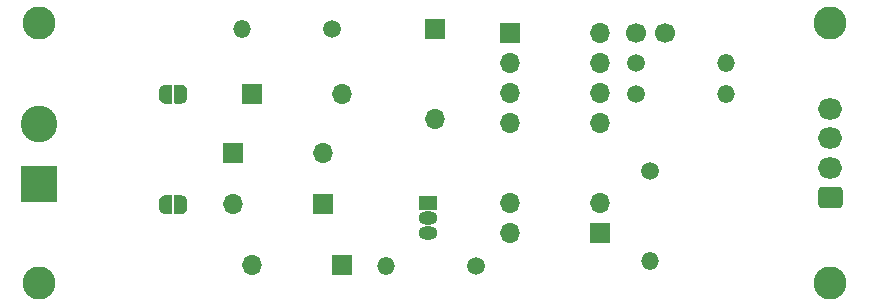
<source format=gbr>
%TF.GenerationSoftware,KiCad,Pcbnew,5.1.6-c6e7f7d~87~ubuntu20.04.1*%
%TF.CreationDate,2020-08-28T13:06:37+02:00*%
%TF.ProjectId,DCC,4443432e-6b69-4636-9164-5f7063625858,rev?*%
%TF.SameCoordinates,Original*%
%TF.FileFunction,Soldermask,Top*%
%TF.FilePolarity,Negative*%
%FSLAX46Y46*%
G04 Gerber Fmt 4.6, Leading zero omitted, Abs format (unit mm)*
G04 Created by KiCad (PCBNEW 5.1.6-c6e7f7d~87~ubuntu20.04.1) date 2020-08-28 13:06:37*
%MOMM*%
%LPD*%
G01*
G04 APERTURE LIST*
%ADD10C,2.800000*%
%ADD11O,1.700000X1.700000*%
%ADD12R,1.700000X1.700000*%
%ADD13O,1.500000X1.500000*%
%ADD14C,1.500000*%
%ADD15R,1.600000X1.150000*%
%ADD16O,1.600000X1.150000*%
%ADD17C,0.100000*%
%ADD18O,2.050000X1.800000*%
%ADD19C,3.100000*%
%ADD20R,3.100000X3.100000*%
%ADD21C,1.700000*%
G04 APERTURE END LIST*
D10*
%TO.C,H4*%
X121000000Y-96000000D03*
%TD*%
%TO.C,H3*%
X121000000Y-74000000D03*
%TD*%
%TO.C,H2*%
X54000000Y-96000000D03*
%TD*%
%TO.C,H1*%
X54000000Y-74000000D03*
%TD*%
D11*
%TO.C,U2*%
X93880000Y-91738400D03*
X101500000Y-89198400D03*
X93880000Y-89198400D03*
D12*
X101500000Y-91738400D03*
%TD*%
D11*
%TO.C,U1*%
X101480600Y-74847400D03*
X93860600Y-82467400D03*
X101480600Y-77387400D03*
X93860600Y-79927400D03*
X101480600Y-79927400D03*
X93860600Y-77387400D03*
X101480600Y-82467400D03*
D12*
X93860600Y-74847400D03*
%TD*%
D13*
%TO.C,R5*%
X112120000Y-80000000D03*
D14*
X104500000Y-80000000D03*
%TD*%
D13*
%TO.C,R4*%
X112120000Y-77387400D03*
D14*
X104500000Y-77387400D03*
%TD*%
D13*
%TO.C,R3*%
X105722400Y-94120000D03*
D14*
X105722400Y-86500000D03*
%TD*%
D13*
%TO.C,R2*%
X71153000Y-74500000D03*
D14*
X78773000Y-74500000D03*
%TD*%
D13*
%TO.C,R1*%
X83380000Y-94507000D03*
D14*
X91000000Y-94507000D03*
%TD*%
D15*
%TO.C,Q1*%
X86901000Y-89173000D03*
D16*
X86901000Y-91713000D03*
X86901000Y-90443000D03*
%TD*%
D17*
%TO.C,JP2*%
G36*
X65490245Y-90149839D02*
G01*
X65480866Y-90146994D01*
X65472221Y-90142373D01*
X65464645Y-90136155D01*
X65458427Y-90128579D01*
X65453806Y-90119934D01*
X65450961Y-90110555D01*
X65450000Y-90100800D01*
X65450000Y-88600800D01*
X65450961Y-88591045D01*
X65453806Y-88581666D01*
X65458427Y-88573021D01*
X65464645Y-88565445D01*
X65472221Y-88559227D01*
X65480866Y-88554606D01*
X65490245Y-88551761D01*
X65500000Y-88550800D01*
X66000000Y-88550800D01*
X66006111Y-88551402D01*
X66024534Y-88551402D01*
X66029435Y-88551643D01*
X66078266Y-88556453D01*
X66083119Y-88557173D01*
X66131244Y-88566745D01*
X66136005Y-88567937D01*
X66182960Y-88582181D01*
X66187579Y-88583834D01*
X66232912Y-88602611D01*
X66237349Y-88604709D01*
X66280622Y-88627840D01*
X66284829Y-88630362D01*
X66325628Y-88657622D01*
X66329570Y-88660546D01*
X66367499Y-88691674D01*
X66371134Y-88694969D01*
X66405831Y-88729666D01*
X66409126Y-88733301D01*
X66440254Y-88771230D01*
X66443178Y-88775172D01*
X66470438Y-88815971D01*
X66472960Y-88820178D01*
X66496091Y-88863451D01*
X66498189Y-88867888D01*
X66516966Y-88913221D01*
X66518619Y-88917840D01*
X66532863Y-88964795D01*
X66534055Y-88969556D01*
X66543627Y-89017681D01*
X66544347Y-89022534D01*
X66549157Y-89071365D01*
X66549398Y-89076266D01*
X66549398Y-89094689D01*
X66550000Y-89100800D01*
X66550000Y-89600800D01*
X66549398Y-89606911D01*
X66549398Y-89625334D01*
X66549157Y-89630235D01*
X66544347Y-89679066D01*
X66543627Y-89683919D01*
X66534055Y-89732044D01*
X66532863Y-89736805D01*
X66518619Y-89783760D01*
X66516966Y-89788379D01*
X66498189Y-89833712D01*
X66496091Y-89838149D01*
X66472960Y-89881422D01*
X66470438Y-89885629D01*
X66443178Y-89926428D01*
X66440254Y-89930370D01*
X66409126Y-89968299D01*
X66405831Y-89971934D01*
X66371134Y-90006631D01*
X66367499Y-90009926D01*
X66329570Y-90041054D01*
X66325628Y-90043978D01*
X66284829Y-90071238D01*
X66280622Y-90073760D01*
X66237349Y-90096891D01*
X66232912Y-90098989D01*
X66187579Y-90117766D01*
X66182960Y-90119419D01*
X66136005Y-90133663D01*
X66131244Y-90134855D01*
X66083119Y-90144427D01*
X66078266Y-90145147D01*
X66029435Y-90149957D01*
X66024534Y-90150198D01*
X66006111Y-90150198D01*
X66000000Y-90150800D01*
X65500000Y-90150800D01*
X65490245Y-90149839D01*
G37*
G36*
X64693889Y-90150198D02*
G01*
X64675466Y-90150198D01*
X64670565Y-90149957D01*
X64621734Y-90145147D01*
X64616881Y-90144427D01*
X64568756Y-90134855D01*
X64563995Y-90133663D01*
X64517040Y-90119419D01*
X64512421Y-90117766D01*
X64467088Y-90098989D01*
X64462651Y-90096891D01*
X64419378Y-90073760D01*
X64415171Y-90071238D01*
X64374372Y-90043978D01*
X64370430Y-90041054D01*
X64332501Y-90009926D01*
X64328866Y-90006631D01*
X64294169Y-89971934D01*
X64290874Y-89968299D01*
X64259746Y-89930370D01*
X64256822Y-89926428D01*
X64229562Y-89885629D01*
X64227040Y-89881422D01*
X64203909Y-89838149D01*
X64201811Y-89833712D01*
X64183034Y-89788379D01*
X64181381Y-89783760D01*
X64167137Y-89736805D01*
X64165945Y-89732044D01*
X64156373Y-89683919D01*
X64155653Y-89679066D01*
X64150843Y-89630235D01*
X64150602Y-89625334D01*
X64150602Y-89606911D01*
X64150000Y-89600800D01*
X64150000Y-89100800D01*
X64150602Y-89094689D01*
X64150602Y-89076266D01*
X64150843Y-89071365D01*
X64155653Y-89022534D01*
X64156373Y-89017681D01*
X64165945Y-88969556D01*
X64167137Y-88964795D01*
X64181381Y-88917840D01*
X64183034Y-88913221D01*
X64201811Y-88867888D01*
X64203909Y-88863451D01*
X64227040Y-88820178D01*
X64229562Y-88815971D01*
X64256822Y-88775172D01*
X64259746Y-88771230D01*
X64290874Y-88733301D01*
X64294169Y-88729666D01*
X64328866Y-88694969D01*
X64332501Y-88691674D01*
X64370430Y-88660546D01*
X64374372Y-88657622D01*
X64415171Y-88630362D01*
X64419378Y-88627840D01*
X64462651Y-88604709D01*
X64467088Y-88602611D01*
X64512421Y-88583834D01*
X64517040Y-88582181D01*
X64563995Y-88567937D01*
X64568756Y-88566745D01*
X64616881Y-88557173D01*
X64621734Y-88556453D01*
X64670565Y-88551643D01*
X64675466Y-88551402D01*
X64693889Y-88551402D01*
X64700000Y-88550800D01*
X65200000Y-88550800D01*
X65209755Y-88551761D01*
X65219134Y-88554606D01*
X65227779Y-88559227D01*
X65235355Y-88565445D01*
X65241573Y-88573021D01*
X65246194Y-88581666D01*
X65249039Y-88591045D01*
X65250000Y-88600800D01*
X65250000Y-90100800D01*
X65249039Y-90110555D01*
X65246194Y-90119934D01*
X65241573Y-90128579D01*
X65235355Y-90136155D01*
X65227779Y-90142373D01*
X65219134Y-90146994D01*
X65209755Y-90149839D01*
X65200000Y-90150800D01*
X64700000Y-90150800D01*
X64693889Y-90150198D01*
G37*
%TD*%
%TO.C,JP1*%
G36*
X65490245Y-80799039D02*
G01*
X65480866Y-80796194D01*
X65472221Y-80791573D01*
X65464645Y-80785355D01*
X65458427Y-80777779D01*
X65453806Y-80769134D01*
X65450961Y-80759755D01*
X65450000Y-80750000D01*
X65450000Y-79250000D01*
X65450961Y-79240245D01*
X65453806Y-79230866D01*
X65458427Y-79222221D01*
X65464645Y-79214645D01*
X65472221Y-79208427D01*
X65480866Y-79203806D01*
X65490245Y-79200961D01*
X65500000Y-79200000D01*
X66000000Y-79200000D01*
X66006111Y-79200602D01*
X66024534Y-79200602D01*
X66029435Y-79200843D01*
X66078266Y-79205653D01*
X66083119Y-79206373D01*
X66131244Y-79215945D01*
X66136005Y-79217137D01*
X66182960Y-79231381D01*
X66187579Y-79233034D01*
X66232912Y-79251811D01*
X66237349Y-79253909D01*
X66280622Y-79277040D01*
X66284829Y-79279562D01*
X66325628Y-79306822D01*
X66329570Y-79309746D01*
X66367499Y-79340874D01*
X66371134Y-79344169D01*
X66405831Y-79378866D01*
X66409126Y-79382501D01*
X66440254Y-79420430D01*
X66443178Y-79424372D01*
X66470438Y-79465171D01*
X66472960Y-79469378D01*
X66496091Y-79512651D01*
X66498189Y-79517088D01*
X66516966Y-79562421D01*
X66518619Y-79567040D01*
X66532863Y-79613995D01*
X66534055Y-79618756D01*
X66543627Y-79666881D01*
X66544347Y-79671734D01*
X66549157Y-79720565D01*
X66549398Y-79725466D01*
X66549398Y-79743889D01*
X66550000Y-79750000D01*
X66550000Y-80250000D01*
X66549398Y-80256111D01*
X66549398Y-80274534D01*
X66549157Y-80279435D01*
X66544347Y-80328266D01*
X66543627Y-80333119D01*
X66534055Y-80381244D01*
X66532863Y-80386005D01*
X66518619Y-80432960D01*
X66516966Y-80437579D01*
X66498189Y-80482912D01*
X66496091Y-80487349D01*
X66472960Y-80530622D01*
X66470438Y-80534829D01*
X66443178Y-80575628D01*
X66440254Y-80579570D01*
X66409126Y-80617499D01*
X66405831Y-80621134D01*
X66371134Y-80655831D01*
X66367499Y-80659126D01*
X66329570Y-80690254D01*
X66325628Y-80693178D01*
X66284829Y-80720438D01*
X66280622Y-80722960D01*
X66237349Y-80746091D01*
X66232912Y-80748189D01*
X66187579Y-80766966D01*
X66182960Y-80768619D01*
X66136005Y-80782863D01*
X66131244Y-80784055D01*
X66083119Y-80793627D01*
X66078266Y-80794347D01*
X66029435Y-80799157D01*
X66024534Y-80799398D01*
X66006111Y-80799398D01*
X66000000Y-80800000D01*
X65500000Y-80800000D01*
X65490245Y-80799039D01*
G37*
G36*
X64693889Y-80799398D02*
G01*
X64675466Y-80799398D01*
X64670565Y-80799157D01*
X64621734Y-80794347D01*
X64616881Y-80793627D01*
X64568756Y-80784055D01*
X64563995Y-80782863D01*
X64517040Y-80768619D01*
X64512421Y-80766966D01*
X64467088Y-80748189D01*
X64462651Y-80746091D01*
X64419378Y-80722960D01*
X64415171Y-80720438D01*
X64374372Y-80693178D01*
X64370430Y-80690254D01*
X64332501Y-80659126D01*
X64328866Y-80655831D01*
X64294169Y-80621134D01*
X64290874Y-80617499D01*
X64259746Y-80579570D01*
X64256822Y-80575628D01*
X64229562Y-80534829D01*
X64227040Y-80530622D01*
X64203909Y-80487349D01*
X64201811Y-80482912D01*
X64183034Y-80437579D01*
X64181381Y-80432960D01*
X64167137Y-80386005D01*
X64165945Y-80381244D01*
X64156373Y-80333119D01*
X64155653Y-80328266D01*
X64150843Y-80279435D01*
X64150602Y-80274534D01*
X64150602Y-80256111D01*
X64150000Y-80250000D01*
X64150000Y-79750000D01*
X64150602Y-79743889D01*
X64150602Y-79725466D01*
X64150843Y-79720565D01*
X64155653Y-79671734D01*
X64156373Y-79666881D01*
X64165945Y-79618756D01*
X64167137Y-79613995D01*
X64181381Y-79567040D01*
X64183034Y-79562421D01*
X64201811Y-79517088D01*
X64203909Y-79512651D01*
X64227040Y-79469378D01*
X64229562Y-79465171D01*
X64256822Y-79424372D01*
X64259746Y-79420430D01*
X64290874Y-79382501D01*
X64294169Y-79378866D01*
X64328866Y-79344169D01*
X64332501Y-79340874D01*
X64370430Y-79309746D01*
X64374372Y-79306822D01*
X64415171Y-79279562D01*
X64419378Y-79277040D01*
X64462651Y-79253909D01*
X64467088Y-79251811D01*
X64512421Y-79233034D01*
X64517040Y-79231381D01*
X64563995Y-79217137D01*
X64568756Y-79215945D01*
X64616881Y-79206373D01*
X64621734Y-79205653D01*
X64670565Y-79200843D01*
X64675466Y-79200602D01*
X64693889Y-79200602D01*
X64700000Y-79200000D01*
X65200000Y-79200000D01*
X65209755Y-79200961D01*
X65219134Y-79203806D01*
X65227779Y-79208427D01*
X65235355Y-79214645D01*
X65241573Y-79222221D01*
X65246194Y-79230866D01*
X65249039Y-79240245D01*
X65250000Y-79250000D01*
X65250000Y-80750000D01*
X65249039Y-80759755D01*
X65246194Y-80769134D01*
X65241573Y-80777779D01*
X65235355Y-80785355D01*
X65227779Y-80791573D01*
X65219134Y-80796194D01*
X65209755Y-80799039D01*
X65200000Y-80800000D01*
X64700000Y-80800000D01*
X64693889Y-80799398D01*
G37*
%TD*%
D18*
%TO.C,J2*%
X121000000Y-81250000D03*
X121000000Y-83750000D03*
X121000000Y-86250000D03*
G36*
G01*
X121760294Y-89650000D02*
X120239706Y-89650000D01*
G75*
G02*
X119975000Y-89385294I0J264706D01*
G01*
X119975000Y-88114706D01*
G75*
G02*
X120239706Y-87850000I264706J0D01*
G01*
X121760294Y-87850000D01*
G75*
G02*
X122025000Y-88114706I0J-264706D01*
G01*
X122025000Y-89385294D01*
G75*
G02*
X121760294Y-89650000I-264706J0D01*
G01*
G37*
%TD*%
D19*
%TO.C,J1*%
X54000000Y-82500000D03*
D20*
X54000000Y-87580000D03*
%TD*%
D11*
%TO.C,D5*%
X87500000Y-82120000D03*
D12*
X87500000Y-74500000D03*
%TD*%
D11*
%TO.C,D4*%
X70380000Y-89325400D03*
D12*
X78000000Y-89325400D03*
%TD*%
D11*
%TO.C,D3*%
X78000000Y-85000000D03*
D12*
X70380000Y-85000000D03*
%TD*%
D11*
%TO.C,D2*%
X72000000Y-94430800D03*
D12*
X79620000Y-94430800D03*
%TD*%
D11*
%TO.C,D1*%
X79620000Y-80017800D03*
D12*
X72000000Y-80017800D03*
%TD*%
D21*
%TO.C,C1*%
X107003200Y-74796600D03*
X104503200Y-74796600D03*
%TD*%
M02*

</source>
